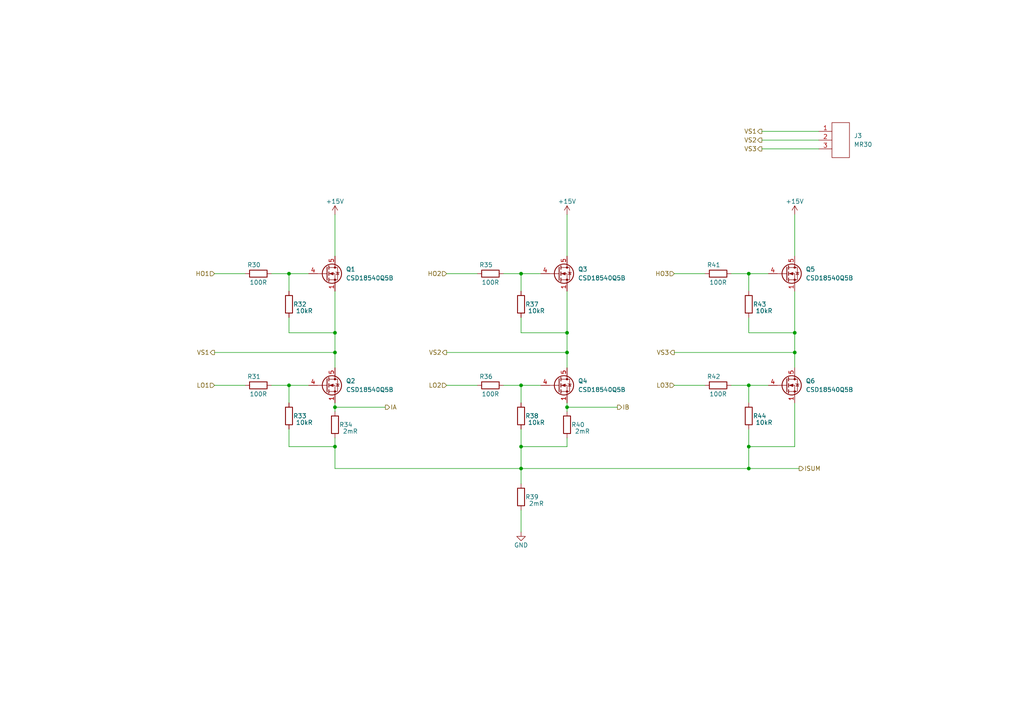
<source format=kicad_sch>
(kicad_sch (version 20211123) (generator eeschema)
  (paper "A4")
  (title_block (title "BLDC Driver 6-Step") (date "2022-03-19") (rev "1.0.1"))
  (lib_symbols
    (symbol "Device:R" (pin_numbers hide) (pin_names (offset 0))
      (property "Reference" "R" (at 2.032 0 90))
      (property "Value" "R" (at 0 0 90))
      (symbol "R_0_1"
        (rectangle (start -1.016 -2.54) (end 1.016 2.54) (stroke (width 0.254)))
      )
      (symbol "R_1_1"
        (pin passive line (at 0 3.81 270) (length 1.27) (name "~") (number "1"))
        (pin passive line (at 0 -3.81 90) (length 1.27) (name "~") (number "2"))
      )
    )
    (symbol "Library:MR30" (pin_names hide)
      (property "Reference" "J" (at 0 0 0))
      (property "Value" "MR30" (at 0 0 0))
      (symbol "MR30_0_1"
        (rectangle (start 0 11.43) (end 5.08 1.27))
      )
      (symbol "MR30_1_1"
        (pin passive line (at -3.81 8.89 0) (length 3.81) (name "Pin_1") (number "1"))
        (pin passive line (at -3.81 6.35 0) (length 3.81) (name "Pin_2") (number "2"))
        (pin passive line (at -3.81 3.81 0) (length 3.81) (name "Pin_3") (number "3"))
      )
    )
    (symbol "Transistor_FET:CSD18540Q5B" (pin_names hide)
      (property "Reference" "Q" (at 5.08 1.905 0))
      (property "Value" "CSD18540Q5B" (at 5.08 0 0))
      (symbol "CSD18540Q5B_0_1"
        (polyline (pts (xy 0.254 0) (xy -2.54 0)))
        (polyline (pts (xy 0.254 1.905) (xy 0.254 -1.905)) (stroke (width 0.254)))
        (polyline (pts (xy 0.762 -1.27) (xy 0.762 -2.286)) (stroke (width 0.254)))
        (polyline (pts (xy 0.762 0.508) (xy 0.762 -0.508)) (stroke (width 0.254)))
        (polyline (pts (xy 0.762 2.286) (xy 0.762 1.27)) (stroke (width 0.254)))
        (polyline (pts (xy 2.54 2.54) (xy 2.54 1.778)))
        (polyline (pts (xy 2.54 -2.54) (xy 2.54 0) (xy 0.762 0)))
        (polyline (pts (xy 0.762 -1.778) (xy 3.302 -1.778) (xy 3.302 1.778) (xy 0.762 1.778)))
        (polyline (pts (xy 1.016 0) (xy 2.032 0.381) (xy 2.032 -0.381) (xy 1.016 0)) (fill (type outline)))
        (polyline (pts (xy 2.794 0.508) (xy 2.921 0.381) (xy 3.683 0.381) (xy 3.81 0.254)))
        (polyline (pts (xy 3.302 0.381) (xy 2.921 -0.254) (xy 3.683 -0.254) (xy 3.302 0.381)))
        (circle (center 1.651 0) (radius 2.794) (stroke (width 0.254)))
        (circle (center 2.54 -1.778) (radius 0.254) (fill (type outline)))
        (circle (center 2.54 1.778) (radius 0.254) (fill (type outline)))
      )
      (symbol "CSD18540Q5B_1_1"
        (pin passive line (at 2.54 -5.08 90) (length 2.54) (name "S") (number "1"))
        (pin passive line (at 2.54 -5.08 90) (length 2.54) hide (name "S") (number "2"))
        (pin passive line (at 2.54 -5.08 90) (length 2.54) hide (name "S") (number "3"))
        (pin passive line (at -5.08 0 0) (length 2.54) (name "G") (number "4"))
        (pin passive line (at 2.54 5.08 270) (length 2.54) (name "D") (number "5"))
      )
    )
    (symbol "power:+15V" (power) (pin_names (offset 0))
      (property "Value" "+15V" (at 0 3.556 0))
      (symbol "+15V_0_1"
        (polyline (pts (xy -0.762 1.27) (xy 0 2.54)))
        (polyline (pts (xy 0 0) (xy 0 2.54)))
        (polyline (pts (xy 0 2.54) (xy 0.762 1.27)))
      )
      (symbol "+15V_1_1"
        (pin power_in line (at 0 0 90) (length 0) hide (name "+15V") (number "1"))
      )
    )
    (symbol "power:GND" (power) (pin_names (offset 0))
      (property "Value" "GND" (at 0 -3.81 0))
      (symbol "GND_0_1"
        (polyline (pts (xy 0 0) (xy 0 -1.27) (xy 1.27 -1.27) (xy 0 -2.54) (xy -1.27 -1.27) (xy 0 -1.27)))
      )
      (symbol "GND_1_1"
        (pin power_in line (at 0 0 270) (length 0) hide (name "GND") (number "1"))
      )
    )
  )
  (junction (at 83.82 79.375))
  (junction (at 151.13 135.89))
  (junction (at 97.155 129.54))
  (junction (at 151.13 129.54))
  (junction (at 230.505 96.52))
  (junction (at 217.17 135.89))
  (junction (at 151.13 79.375))
  (junction (at 97.155 96.52))
  (junction (at 151.13 111.76))
  (junction (at 217.17 111.76))
  (junction (at 97.155 118.11))
  (junction (at 217.17 129.54))
  (junction (at 217.17 79.375))
  (junction (at 97.155 102.235))
  (junction (at 230.505 102.235))
  (junction (at 164.465 102.235))
  (junction (at 164.465 96.52))
  (junction (at 83.82 111.76))
  (junction (at 164.465 118.11))
  (wire (pts (xy 195.58 102.235) (xy 230.505 102.235)))
  (wire (pts (xy 129.54 102.235) (xy 164.465 102.235)))
  (wire (pts (xy 151.13 111.76) (xy 156.845 111.76)))
  (wire (pts (xy 195.58 111.76) (xy 204.47 111.76)))
  (wire (pts (xy 97.155 84.455) (xy 97.155 96.52)))
  (wire (pts (xy 151.13 135.89) (xy 217.17 135.89)))
  (wire (pts (xy 97.155 135.89) (xy 97.155 129.54)))
  (wire (pts (xy 164.465 62.23) (xy 164.465 74.295)))
  (wire (pts (xy 164.465 84.455) (xy 164.465 96.52)))
  (wire (pts (xy 217.17 124.46) (xy 217.17 129.54)))
  (wire (pts (xy 230.505 84.455) (xy 230.505 96.52)))
  (wire (pts (xy 151.13 129.54) (xy 151.13 135.89)))
  (wire (pts (xy 97.155 118.11) (xy 111.76 118.11)))
  (wire (pts (xy 164.465 129.54) (xy 164.465 127)))
  (wire (pts (xy 97.155 116.84) (xy 97.155 118.11)))
  (wire (pts (xy 146.05 111.76) (xy 151.13 111.76)))
  (wire (pts (xy 217.17 111.76) (xy 217.17 116.84)))
  (wire (pts (xy 83.82 79.375) (xy 89.535 79.375)))
  (wire (pts (xy 151.13 135.89) (xy 97.155 135.89)))
  (wire (pts (xy 151.13 147.955) (xy 151.13 154.305)))
  (wire (pts (xy 217.17 92.075) (xy 217.17 96.52)))
  (wire (pts (xy 83.82 111.76) (xy 89.535 111.76)))
  (wire (pts (xy 78.74 111.76) (xy 83.82 111.76)))
  (wire (pts (xy 97.155 129.54) (xy 97.155 127)))
  (wire (pts (xy 62.23 79.375) (xy 71.12 79.375)))
  (wire (pts (xy 129.54 111.76) (xy 138.43 111.76)))
  (wire (pts (xy 83.82 79.375) (xy 83.82 84.455)))
  (wire (pts (xy 62.23 102.235) (xy 97.155 102.235)))
  (wire (pts (xy 220.98 43.18) (xy 237.49 43.18)))
  (wire (pts (xy 83.82 124.46) (xy 83.82 129.54)))
  (wire (pts (xy 164.465 102.235) (xy 164.465 106.68)))
  (wire (pts (xy 151.13 96.52) (xy 164.465 96.52)))
  (wire (pts (xy 217.17 96.52) (xy 230.505 96.52)))
  (wire (pts (xy 230.505 116.84) (xy 230.505 129.54)))
  (wire (pts (xy 151.13 135.89) (xy 151.13 140.335)))
  (wire (pts (xy 151.13 92.075) (xy 151.13 96.52)))
  (wire (pts (xy 151.13 124.46) (xy 151.13 129.54)))
  (wire (pts (xy 151.13 129.54) (xy 164.465 129.54)))
  (wire (pts (xy 220.98 40.64) (xy 237.49 40.64)))
  (wire (pts (xy 151.13 79.375) (xy 156.845 79.375)))
  (wire (pts (xy 230.505 62.23) (xy 230.505 74.295)))
  (wire (pts (xy 212.09 79.375) (xy 217.17 79.375)))
  (wire (pts (xy 164.465 118.11) (xy 179.07 118.11)))
  (wire (pts (xy 97.155 96.52) (xy 97.155 102.235)))
  (wire (pts (xy 217.17 135.89) (xy 217.17 129.54)))
  (wire (pts (xy 217.17 111.76) (xy 222.885 111.76)))
  (wire (pts (xy 83.82 111.76) (xy 83.82 116.84)))
  (wire (pts (xy 62.23 111.76) (xy 71.12 111.76)))
  (wire (pts (xy 164.465 96.52) (xy 164.465 102.235)))
  (wire (pts (xy 164.465 118.11) (xy 164.465 119.38)))
  (wire (pts (xy 230.505 96.52) (xy 230.505 102.235)))
  (wire (pts (xy 217.17 79.375) (xy 222.885 79.375)))
  (wire (pts (xy 164.465 116.84) (xy 164.465 118.11)))
  (wire (pts (xy 151.13 79.375) (xy 151.13 84.455)))
  (wire (pts (xy 83.82 92.075) (xy 83.82 96.52)))
  (wire (pts (xy 217.17 135.89) (xy 231.775 135.89)))
  (wire (pts (xy 217.17 79.375) (xy 217.17 84.455)))
  (wire (pts (xy 230.505 102.235) (xy 230.505 106.68)))
  (wire (pts (xy 195.58 79.375) (xy 204.47 79.375)))
  (wire (pts (xy 83.82 96.52) (xy 97.155 96.52)))
  (wire (pts (xy 97.155 62.23) (xy 97.155 74.295)))
  (wire (pts (xy 146.05 79.375) (xy 151.13 79.375)))
  (wire (pts (xy 151.13 111.76) (xy 151.13 116.84)))
  (wire (pts (xy 78.74 79.375) (xy 83.82 79.375)))
  (wire (pts (xy 212.09 111.76) (xy 217.17 111.76)))
  (wire (pts (xy 217.17 129.54) (xy 230.505 129.54)))
  (wire (pts (xy 97.155 118.11) (xy 97.155 119.38)))
  (wire (pts (xy 129.54 79.375) (xy 138.43 79.375)))
  (wire (pts (xy 97.155 102.235) (xy 97.155 106.68)))
  (wire (pts (xy 220.98 38.1) (xy 237.49 38.1)))
  (wire (pts (xy 83.82 129.54) (xy 97.155 129.54)))
  (hierarchical_label "VS2" (shape output) (at 220.98 40.64 180))
  (hierarchical_label "LO2" (shape input) (at 129.54 111.76 180))
  (hierarchical_label "VS1" (shape output) (at 62.23 102.235 180))
  (hierarchical_label "HO1" (shape input) (at 62.23 79.375 180))
  (hierarchical_label "VS3" (shape output) (at 220.98 43.18 180))
  (hierarchical_label "ISUM" (shape output) (at 231.775 135.89 0))
  (hierarchical_label "HO3" (shape input) (at 195.58 79.375 180))
  (hierarchical_label "VS3" (shape output) (at 195.58 102.235 180))
  (hierarchical_label "LO1" (shape input) (at 62.23 111.76 180))
  (hierarchical_label "IB" (shape output) (at 179.07 118.11 0))
  (hierarchical_label "IA" (shape output) (at 111.76 118.11 0))
  (hierarchical_label "VS1" (shape output) (at 220.98 38.1 180))
  (hierarchical_label "VS2" (shape output) (at 129.54 102.235 180))
  (hierarchical_label "HO2" (shape input) (at 129.54 79.375 180))
  (hierarchical_label "LO3" (shape input) (at 195.58 111.76 180))
  (symbol (lib_id "Transistor_FET:CSD18540Q5B") (at 161.925 111.76 0) (unit 1)
    (property "Reference" "Q4" (at 167.64 110.4899 0) (effects (justify left)))
    (property "Value" "CSD18540Q5B" (at 167.64 113.0299 0) (effects (justify left)))
    (property "Footprint" "Package_TO_SOT_SMD:TDSON-8-1" (effects hide))
    (property "Datasheet" "http://www.ti.com/lit/gpn/csd18540q5b" (effects hide))
  )
  (symbol (lib_id "Device:R") (at 83.82 120.65 180) (unit 1)
    (property "Reference" "R33" (at 86.995 120.65 0))
    (property "Value" "10kR" (at 88.265 122.555 0))
    (property "Footprint" "Resistor_SMD:R_0805_2012Metric" (effects hide))
  )
  (symbol (lib_id "Device:R") (at 217.17 88.265 180) (unit 1)
    (property "Reference" "R43" (at 220.345 88.265 0))
    (property "Value" "10kR" (at 221.615 90.17 0))
    (property "Footprint" "Resistor_SMD:R_0805_2012Metric" (effects hide))
  )
  (symbol (lib_id "Device:R") (at 164.465 123.19 180) (unit 1)
    (property "Reference" "R40" (at 167.64 123.19 0))
    (property "Value" "2mR" (at 168.91 125.095 0))
    (property "Footprint" "Resistor_SMD:R_2512_6332Metric" (effects hide))
  )
  (symbol (lib_id "Device:R") (at 217.17 120.65 180) (unit 1)
    (property "Reference" "R44" (at 220.345 120.65 0))
    (property "Value" "10kR" (at 221.615 122.555 0))
    (property "Footprint" "Resistor_SMD:R_0805_2012Metric" (effects hide))
  )
  (symbol (lib_id "Transistor_FET:CSD18540Q5B") (at 227.965 79.375 0) (unit 1)
    (property "Reference" "Q5" (at 233.68 78.1049 0) (effects (justify left)))
    (property "Value" "CSD18540Q5B" (at 233.68 80.6449 0) (effects (justify left)))
    (property "Footprint" "Package_TO_SOT_SMD:TDSON-8-1" (effects hide))
    (property "Datasheet" "http://www.ti.com/lit/gpn/csd18540q5b" (effects hide))
  )
  (symbol (lib_id "Device:R") (at 151.13 144.145 180) (unit 1)
    (property "Reference" "R39" (at 154.305 144.145 0))
    (property "Value" "2mR" (at 155.575 146.05 0))
    (property "Footprint" "Resistor_SMD:R_2512_6332Metric" (effects hide))
  )
  (symbol (lib_id "power:+15V") (at 97.155 62.23 0) (unit 1)
    (property "Reference" "#PWR043" (effects hide))
    (property "Value" "+15V" (at 97.155 58.42 0))
  )
  (symbol (lib_id "power:+15V") (at 164.465 62.23 0) (unit 1)
    (property "Reference" "#PWR045" (effects hide))
    (property "Value" "+15V" (at 164.465 58.42 0))
  )
  (symbol (lib_id "Device:R") (at 74.93 111.76 90) (unit 1)
    (property "Reference" "R31" (at 73.66 109.22 90))
    (property "Value" "100R" (at 74.93 114.3 90))
    (property "Footprint" "Resistor_SMD:R_0805_2012Metric" (effects hide))
  )
  (symbol (lib_id "Device:R") (at 208.28 79.375 90) (unit 1)
    (property "Reference" "R41" (at 207.01 76.835 90))
    (property "Value" "100R" (at 208.28 81.915 90))
    (property "Footprint" "Resistor_SMD:R_0805_2012Metric" (effects hide))
  )
  (symbol (lib_id "Device:R") (at 83.82 88.265 180) (unit 1)
    (property "Reference" "R32" (at 86.995 88.265 0))
    (property "Value" "10kR" (at 88.265 90.17 0))
    (property "Footprint" "Resistor_SMD:R_0805_2012Metric" (effects hide))
  )
  (symbol (lib_id "Device:R") (at 208.28 111.76 90) (unit 1)
    (property "Reference" "R42" (at 207.01 109.22 90))
    (property "Value" "100R" (at 208.28 114.3 90))
    (property "Footprint" "Resistor_SMD:R_0805_2012Metric" (effects hide))
  )
  (symbol (lib_id "power:GND") (at 151.13 154.305 0) (unit 1)
    (property "Reference" "#PWR044" (effects hide))
    (property "Value" "GND" (at 151.13 158.115 0))
  )
  (symbol (lib_id "Transistor_FET:CSD18540Q5B") (at 161.925 79.375 0) (unit 1)
    (property "Reference" "Q3" (at 167.64 78.1049 0) (effects (justify left)))
    (property "Value" "CSD18540Q5B" (at 167.64 80.6449 0) (effects (justify left)))
    (property "Footprint" "Package_TO_SOT_SMD:TDSON-8-1" (effects hide))
    (property "Datasheet" "http://www.ti.com/lit/gpn/csd18540q5b" (effects hide))
  )
  (symbol (lib_id "Device:R") (at 97.155 123.19 180) (unit 1)
    (property "Reference" "R34" (at 100.33 123.19 0))
    (property "Value" "2mR" (at 101.6 125.095 0))
    (property "Footprint" "Resistor_SMD:R_2512_6332Metric" (effects hide))
  )
  (symbol (lib_id "power:+15V") (at 230.505 62.23 0) (unit 1)
    (property "Reference" "#PWR046" (effects hide))
    (property "Value" "+15V" (at 230.505 58.42 0))
  )
  (symbol (lib_id "Transistor_FET:CSD18540Q5B") (at 94.615 79.375 0) (unit 1)
    (property "Reference" "Q1" (at 100.33 78.1049 0) (effects (justify left)))
    (property "Value" "CSD18540Q5B" (at 100.33 80.6449 0) (effects (justify left)))
    (property "Footprint" "Package_TO_SOT_SMD:TDSON-8-1" (effects hide))
    (property "Datasheet" "http://www.ti.com/lit/gpn/csd18540q5b" (effects hide))
  )
  (symbol (lib_id "Device:R") (at 142.24 79.375 90) (unit 1)
    (property "Reference" "R35" (at 140.97 76.835 90))
    (property "Value" "100R" (at 142.24 81.915 90))
    (property "Footprint" "Resistor_SMD:R_0805_2012Metric" (effects hide))
  )
  (symbol (lib_id "Library:MR30") (at 241.3 46.99 0) (unit 1)
    (property "Reference" "J3" (at 247.65 39.3699 0) (effects (justify left)))
    (property "Value" "MR30" (at 247.65 41.9099 0) (effects (justify left)))
    (property "Footprint" "Connector_AMASS:AMASS_MR30PW-FB_1x03_P3.50mm_Horizontal" (effects hide))
  )
  (symbol (lib_id "Device:R") (at 151.13 88.265 180) (unit 1)
    (property "Reference" "R37" (at 154.305 88.265 0))
    (property "Value" "10kR" (at 155.575 90.17 0))
    (property "Footprint" "Resistor_SMD:R_0805_2012Metric" (effects hide))
  )
  (symbol (lib_id "Device:R") (at 151.13 120.65 180) (unit 1)
    (property "Reference" "R38" (at 154.305 120.65 0))
    (property "Value" "10kR" (at 155.575 122.555 0))
    (property "Footprint" "Resistor_SMD:R_0603_1608Metric" (effects hide))
  )
  (symbol (lib_id "Device:R") (at 74.93 79.375 90) (unit 1)
    (property "Reference" "R30" (at 73.66 76.835 90))
    (property "Value" "100R" (at 74.93 81.915 90))
    (property "Footprint" "Resistor_SMD:R_0805_2012Metric" (effects hide))
  )
  (symbol (lib_id "Transistor_FET:CSD18540Q5B") (at 94.615 111.76 0) (unit 1)
    (property "Reference" "Q2" (at 100.33 110.4899 0) (effects (justify left)))
    (property "Value" "CSD18540Q5B" (at 100.33 113.0299 0) (effects (justify left)))
    (property "Footprint" "Package_TO_SOT_SMD:TDSON-8-1" (effects hide))
    (property "Datasheet" "http://www.ti.com/lit/gpn/csd18540q5b" (effects hide))
  )
  (symbol (lib_id "Device:R") (at 142.24 111.76 90) (unit 1)
    (property "Reference" "R36" (at 140.97 109.22 90))
    (property "Value" "100R" (at 142.24 114.3 90))
    (property "Footprint" "Resistor_SMD:R_0805_2012Metric" (effects hide))
  )
  (symbol (lib_id "Transistor_FET:CSD18540Q5B") (at 227.965 111.76 0) (unit 1)
    (property "Reference" "Q6" (at 233.68 110.4899 0) (effects (justify left)))
    (property "Value" "CSD18540Q5B" (at 233.68 113.0299 0) (effects (justify left)))
    (property "Footprint" "Package_TO_SOT_SMD:TDSON-8-1" (effects hide))
    (property "Datasheet" "http://www.ti.com/lit/gpn/csd18540q5b" (effects hide))
  )
)
</source>
